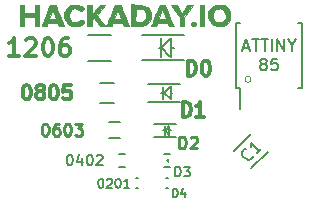
<source format=gto>
G04 #@! TF.FileFunction,Legend,Top*
%FSLAX46Y46*%
G04 Gerber Fmt 4.6, Leading zero omitted, Abs format (unit mm)*
G04 Created by KiCad (PCBNEW 4.0.7) date 06/28/18 12:26:11*
%MOMM*%
%LPD*%
G01*
G04 APERTURE LIST*
%ADD10C,0.100000*%
%ADD11C,0.150000*%
%ADD12C,0.200000*%
%ADD13C,0.250000*%
%ADD14C,0.300000*%
%ADD15C,0.010000*%
%ADD16C,0.175000*%
%ADD17C,0.312500*%
G04 APERTURE END LIST*
D10*
D11*
X202646643Y-103151214D02*
X202719215Y-103151214D01*
X202791786Y-103187500D01*
X202828072Y-103223786D01*
X202864358Y-103296357D01*
X202900643Y-103441500D01*
X202900643Y-103622929D01*
X202864358Y-103768071D01*
X202828072Y-103840643D01*
X202791786Y-103876929D01*
X202719215Y-103913214D01*
X202646643Y-103913214D01*
X202574072Y-103876929D01*
X202537786Y-103840643D01*
X202501501Y-103768071D01*
X202465215Y-103622929D01*
X202465215Y-103441500D01*
X202501501Y-103296357D01*
X202537786Y-103223786D01*
X202574072Y-103187500D01*
X202646643Y-103151214D01*
X203190929Y-103223786D02*
X203227215Y-103187500D01*
X203299786Y-103151214D01*
X203481215Y-103151214D01*
X203553786Y-103187500D01*
X203590072Y-103223786D01*
X203626357Y-103296357D01*
X203626357Y-103368929D01*
X203590072Y-103477786D01*
X203154643Y-103913214D01*
X203626357Y-103913214D01*
X204098071Y-103151214D02*
X204170643Y-103151214D01*
X204243214Y-103187500D01*
X204279500Y-103223786D01*
X204315786Y-103296357D01*
X204352071Y-103441500D01*
X204352071Y-103622929D01*
X204315786Y-103768071D01*
X204279500Y-103840643D01*
X204243214Y-103876929D01*
X204170643Y-103913214D01*
X204098071Y-103913214D01*
X204025500Y-103876929D01*
X203989214Y-103840643D01*
X203952929Y-103768071D01*
X203916643Y-103622929D01*
X203916643Y-103441500D01*
X203952929Y-103296357D01*
X203989214Y-103223786D01*
X204025500Y-103187500D01*
X204098071Y-103151214D01*
X205077785Y-103913214D02*
X204642357Y-103913214D01*
X204860071Y-103913214D02*
X204860071Y-103151214D01*
X204787500Y-103260071D01*
X204714928Y-103332643D01*
X204642357Y-103368929D01*
D12*
X199982666Y-101113167D02*
X200067333Y-101113167D01*
X200151999Y-101155500D01*
X200194333Y-101197833D01*
X200236666Y-101282500D01*
X200278999Y-101451833D01*
X200278999Y-101663500D01*
X200236666Y-101832833D01*
X200194333Y-101917500D01*
X200151999Y-101959833D01*
X200067333Y-102002167D01*
X199982666Y-102002167D01*
X199897999Y-101959833D01*
X199855666Y-101917500D01*
X199813333Y-101832833D01*
X199770999Y-101663500D01*
X199770999Y-101451833D01*
X199813333Y-101282500D01*
X199855666Y-101197833D01*
X199897999Y-101155500D01*
X199982666Y-101113167D01*
X201041000Y-101409500D02*
X201041000Y-102002167D01*
X200829333Y-101070833D02*
X200617666Y-101705833D01*
X201168000Y-101705833D01*
X201676000Y-101113167D02*
X201760667Y-101113167D01*
X201845333Y-101155500D01*
X201887667Y-101197833D01*
X201930000Y-101282500D01*
X201972333Y-101451833D01*
X201972333Y-101663500D01*
X201930000Y-101832833D01*
X201887667Y-101917500D01*
X201845333Y-101959833D01*
X201760667Y-102002167D01*
X201676000Y-102002167D01*
X201591333Y-101959833D01*
X201549000Y-101917500D01*
X201506667Y-101832833D01*
X201464333Y-101663500D01*
X201464333Y-101451833D01*
X201506667Y-101282500D01*
X201549000Y-101197833D01*
X201591333Y-101155500D01*
X201676000Y-101113167D01*
X202311000Y-101197833D02*
X202353334Y-101155500D01*
X202438000Y-101113167D01*
X202649667Y-101113167D01*
X202734334Y-101155500D01*
X202776667Y-101197833D01*
X202819000Y-101282500D01*
X202819000Y-101367167D01*
X202776667Y-101494167D01*
X202268667Y-102002167D01*
X202819000Y-102002167D01*
D13*
X197913809Y-98512381D02*
X198009048Y-98512381D01*
X198104286Y-98560000D01*
X198151905Y-98607619D01*
X198199524Y-98702857D01*
X198247143Y-98893333D01*
X198247143Y-99131429D01*
X198199524Y-99321905D01*
X198151905Y-99417143D01*
X198104286Y-99464762D01*
X198009048Y-99512381D01*
X197913809Y-99512381D01*
X197818571Y-99464762D01*
X197770952Y-99417143D01*
X197723333Y-99321905D01*
X197675714Y-99131429D01*
X197675714Y-98893333D01*
X197723333Y-98702857D01*
X197770952Y-98607619D01*
X197818571Y-98560000D01*
X197913809Y-98512381D01*
X199104286Y-98512381D02*
X198913809Y-98512381D01*
X198818571Y-98560000D01*
X198770952Y-98607619D01*
X198675714Y-98750476D01*
X198628095Y-98940952D01*
X198628095Y-99321905D01*
X198675714Y-99417143D01*
X198723333Y-99464762D01*
X198818571Y-99512381D01*
X199009048Y-99512381D01*
X199104286Y-99464762D01*
X199151905Y-99417143D01*
X199199524Y-99321905D01*
X199199524Y-99083810D01*
X199151905Y-98988571D01*
X199104286Y-98940952D01*
X199009048Y-98893333D01*
X198818571Y-98893333D01*
X198723333Y-98940952D01*
X198675714Y-98988571D01*
X198628095Y-99083810D01*
X199818571Y-98512381D02*
X199913810Y-98512381D01*
X200009048Y-98560000D01*
X200056667Y-98607619D01*
X200104286Y-98702857D01*
X200151905Y-98893333D01*
X200151905Y-99131429D01*
X200104286Y-99321905D01*
X200056667Y-99417143D01*
X200009048Y-99464762D01*
X199913810Y-99512381D01*
X199818571Y-99512381D01*
X199723333Y-99464762D01*
X199675714Y-99417143D01*
X199628095Y-99321905D01*
X199580476Y-99131429D01*
X199580476Y-98893333D01*
X199628095Y-98702857D01*
X199675714Y-98607619D01*
X199723333Y-98560000D01*
X199818571Y-98512381D01*
X200485238Y-98512381D02*
X201104286Y-98512381D01*
X200770952Y-98893333D01*
X200913810Y-98893333D01*
X201009048Y-98940952D01*
X201056667Y-98988571D01*
X201104286Y-99083810D01*
X201104286Y-99321905D01*
X201056667Y-99417143D01*
X201009048Y-99464762D01*
X200913810Y-99512381D01*
X200628095Y-99512381D01*
X200532857Y-99464762D01*
X200485238Y-99417143D01*
D14*
X196348572Y-95227857D02*
X196462857Y-95227857D01*
X196577143Y-95285000D01*
X196634286Y-95342143D01*
X196691429Y-95456429D01*
X196748572Y-95685000D01*
X196748572Y-95970714D01*
X196691429Y-96199286D01*
X196634286Y-96313571D01*
X196577143Y-96370714D01*
X196462857Y-96427857D01*
X196348572Y-96427857D01*
X196234286Y-96370714D01*
X196177143Y-96313571D01*
X196120000Y-96199286D01*
X196062857Y-95970714D01*
X196062857Y-95685000D01*
X196120000Y-95456429D01*
X196177143Y-95342143D01*
X196234286Y-95285000D01*
X196348572Y-95227857D01*
X197434286Y-95742143D02*
X197320000Y-95685000D01*
X197262857Y-95627857D01*
X197205714Y-95513571D01*
X197205714Y-95456429D01*
X197262857Y-95342143D01*
X197320000Y-95285000D01*
X197434286Y-95227857D01*
X197662857Y-95227857D01*
X197777143Y-95285000D01*
X197834286Y-95342143D01*
X197891429Y-95456429D01*
X197891429Y-95513571D01*
X197834286Y-95627857D01*
X197777143Y-95685000D01*
X197662857Y-95742143D01*
X197434286Y-95742143D01*
X197320000Y-95799286D01*
X197262857Y-95856429D01*
X197205714Y-95970714D01*
X197205714Y-96199286D01*
X197262857Y-96313571D01*
X197320000Y-96370714D01*
X197434286Y-96427857D01*
X197662857Y-96427857D01*
X197777143Y-96370714D01*
X197834286Y-96313571D01*
X197891429Y-96199286D01*
X197891429Y-95970714D01*
X197834286Y-95856429D01*
X197777143Y-95799286D01*
X197662857Y-95742143D01*
X198634286Y-95227857D02*
X198748571Y-95227857D01*
X198862857Y-95285000D01*
X198920000Y-95342143D01*
X198977143Y-95456429D01*
X199034286Y-95685000D01*
X199034286Y-95970714D01*
X198977143Y-96199286D01*
X198920000Y-96313571D01*
X198862857Y-96370714D01*
X198748571Y-96427857D01*
X198634286Y-96427857D01*
X198520000Y-96370714D01*
X198462857Y-96313571D01*
X198405714Y-96199286D01*
X198348571Y-95970714D01*
X198348571Y-95685000D01*
X198405714Y-95456429D01*
X198462857Y-95342143D01*
X198520000Y-95285000D01*
X198634286Y-95227857D01*
X200120000Y-95227857D02*
X199548571Y-95227857D01*
X199491428Y-95799286D01*
X199548571Y-95742143D01*
X199662857Y-95685000D01*
X199948571Y-95685000D01*
X200062857Y-95742143D01*
X200120000Y-95799286D01*
X200177143Y-95913571D01*
X200177143Y-96199286D01*
X200120000Y-96313571D01*
X200062857Y-96370714D01*
X199948571Y-96427857D01*
X199662857Y-96427857D01*
X199548571Y-96370714D01*
X199491428Y-96313571D01*
X195770715Y-92753571D02*
X194913572Y-92753571D01*
X195342144Y-92753571D02*
X195342144Y-91253571D01*
X195199287Y-91467857D01*
X195056429Y-91610714D01*
X194913572Y-91682143D01*
X196342143Y-91396429D02*
X196413572Y-91325000D01*
X196556429Y-91253571D01*
X196913572Y-91253571D01*
X197056429Y-91325000D01*
X197127858Y-91396429D01*
X197199286Y-91539286D01*
X197199286Y-91682143D01*
X197127858Y-91896429D01*
X196270715Y-92753571D01*
X197199286Y-92753571D01*
X198127857Y-91253571D02*
X198270714Y-91253571D01*
X198413571Y-91325000D01*
X198485000Y-91396429D01*
X198556429Y-91539286D01*
X198627857Y-91825000D01*
X198627857Y-92182143D01*
X198556429Y-92467857D01*
X198485000Y-92610714D01*
X198413571Y-92682143D01*
X198270714Y-92753571D01*
X198127857Y-92753571D01*
X197985000Y-92682143D01*
X197913571Y-92610714D01*
X197842143Y-92467857D01*
X197770714Y-92182143D01*
X197770714Y-91825000D01*
X197842143Y-91539286D01*
X197913571Y-91396429D01*
X197985000Y-91325000D01*
X198127857Y-91253571D01*
X199913571Y-91253571D02*
X199627857Y-91253571D01*
X199485000Y-91325000D01*
X199413571Y-91396429D01*
X199270714Y-91610714D01*
X199199285Y-91896429D01*
X199199285Y-92467857D01*
X199270714Y-92610714D01*
X199342142Y-92682143D01*
X199485000Y-92753571D01*
X199770714Y-92753571D01*
X199913571Y-92682143D01*
X199985000Y-92610714D01*
X200056428Y-92467857D01*
X200056428Y-92110714D01*
X199985000Y-91967857D01*
X199913571Y-91896429D01*
X199770714Y-91825000D01*
X199485000Y-91825000D01*
X199342142Y-91896429D01*
X199270714Y-91967857D01*
X199199285Y-92110714D01*
D11*
X214725524Y-92051667D02*
X215201715Y-92051667D01*
X214630286Y-92337381D02*
X214963619Y-91337381D01*
X215296953Y-92337381D01*
X215487429Y-91337381D02*
X216058858Y-91337381D01*
X215773143Y-92337381D02*
X215773143Y-91337381D01*
X216249334Y-91337381D02*
X216820763Y-91337381D01*
X216535048Y-92337381D02*
X216535048Y-91337381D01*
X217154096Y-92337381D02*
X217154096Y-91337381D01*
X217630286Y-92337381D02*
X217630286Y-91337381D01*
X218201715Y-92337381D01*
X218201715Y-91337381D01*
X218868381Y-91861190D02*
X218868381Y-92337381D01*
X218535048Y-91337381D02*
X218868381Y-91861190D01*
X219201715Y-91337381D01*
X216344571Y-93415952D02*
X216249333Y-93368333D01*
X216201714Y-93320714D01*
X216154095Y-93225476D01*
X216154095Y-93177857D01*
X216201714Y-93082619D01*
X216249333Y-93035000D01*
X216344571Y-92987381D01*
X216535048Y-92987381D01*
X216630286Y-93035000D01*
X216677905Y-93082619D01*
X216725524Y-93177857D01*
X216725524Y-93225476D01*
X216677905Y-93320714D01*
X216630286Y-93368333D01*
X216535048Y-93415952D01*
X216344571Y-93415952D01*
X216249333Y-93463571D01*
X216201714Y-93511190D01*
X216154095Y-93606429D01*
X216154095Y-93796905D01*
X216201714Y-93892143D01*
X216249333Y-93939762D01*
X216344571Y-93987381D01*
X216535048Y-93987381D01*
X216630286Y-93939762D01*
X216677905Y-93892143D01*
X216725524Y-93796905D01*
X216725524Y-93606429D01*
X216677905Y-93511190D01*
X216630286Y-93463571D01*
X216535048Y-93415952D01*
X217630286Y-92987381D02*
X217154095Y-92987381D01*
X217106476Y-93463571D01*
X217154095Y-93415952D01*
X217249333Y-93368333D01*
X217487429Y-93368333D01*
X217582667Y-93415952D01*
X217630286Y-93463571D01*
X217677905Y-93558810D01*
X217677905Y-93796905D01*
X217630286Y-93892143D01*
X217582667Y-93939762D01*
X217487429Y-93987381D01*
X217249333Y-93987381D01*
X217154095Y-93939762D01*
X217106476Y-93892143D01*
X208395000Y-103065000D02*
X208165000Y-103065000D01*
X208165000Y-103945000D02*
X208395000Y-103945000D01*
D10*
X208380000Y-101750000D02*
X208380000Y-101450000D01*
X208180000Y-101600000D02*
X208380000Y-101750000D01*
X208180000Y-101600000D02*
X208380000Y-101450000D01*
D11*
X208530000Y-101075000D02*
X208030000Y-101075000D01*
X208030000Y-102125000D02*
X208530000Y-102125000D01*
X215409678Y-102269891D02*
X216823891Y-100855678D01*
X215374322Y-99406109D02*
X213960109Y-100820322D01*
X207780000Y-92775000D02*
X207780000Y-92875000D01*
X207780000Y-91375000D02*
X207780000Y-91275000D01*
X208580000Y-92075000D02*
X208880000Y-92075000D01*
X208580000Y-92875000D02*
X208580000Y-91375000D01*
X208580000Y-91375000D02*
X208580000Y-91275000D01*
X208480000Y-92775000D02*
X208580000Y-92875000D01*
X208480000Y-91375000D02*
X208580000Y-91275000D01*
X207580000Y-92075000D02*
X207780000Y-92075000D01*
X207780000Y-92575000D02*
X207780000Y-92775000D01*
X207780000Y-91575000D02*
X207780000Y-91375000D01*
X207880000Y-92075000D02*
X208480000Y-92775000D01*
X208480000Y-91375000D02*
X207880000Y-91975000D01*
X206130000Y-93125000D02*
X209730000Y-93125000D01*
X206130000Y-91025000D02*
X209730000Y-91025000D01*
X207780000Y-91575000D02*
X207780000Y-92575000D01*
X208580000Y-95885000D02*
X208730000Y-95885000D01*
X207730000Y-95885000D02*
X208080000Y-95885000D01*
X208030000Y-95885000D02*
X208580000Y-95335000D01*
X208580000Y-95335000D02*
X208580000Y-96435000D01*
X208580000Y-96435000D02*
X208030000Y-95885000D01*
X207930000Y-95535000D02*
X207930000Y-95385000D01*
X207930000Y-96235000D02*
X207930000Y-96385000D01*
X206680000Y-96635000D02*
X209380000Y-96635000D01*
X206680000Y-95135000D02*
X209380000Y-95135000D01*
X207930000Y-95535000D02*
X207930000Y-96235000D01*
X208480000Y-99060000D02*
X208630000Y-99060000D01*
X207930000Y-99060000D02*
X208130000Y-99060000D01*
X208180000Y-99060000D02*
X208480000Y-98710000D01*
X208480000Y-98710000D02*
X208480000Y-99410000D01*
X208480000Y-99410000D02*
X208080000Y-99060000D01*
X208080000Y-99060000D02*
X208130000Y-99060000D01*
X208080000Y-98660000D02*
X208080000Y-99410000D01*
X207180000Y-99610000D02*
X209080000Y-99610000D01*
X207180000Y-98510000D02*
X209080000Y-98510000D01*
D10*
X215392000Y-94742000D02*
G75*
G03X215392000Y-94742000I-254000J0D01*
G01*
D11*
X214161000Y-95460000D02*
X214461000Y-95460000D01*
X214161000Y-89960000D02*
X214461000Y-89960000D01*
X219671000Y-89960000D02*
X219371000Y-89960000D01*
X219671000Y-95460000D02*
X219371000Y-95460000D01*
X214161000Y-95460000D02*
X214161000Y-89960000D01*
X219671000Y-95460000D02*
X219671000Y-89960000D01*
X214461000Y-95460000D02*
X214461000Y-97210000D01*
X201565000Y-91000000D02*
X203565000Y-91000000D01*
X203565000Y-93150000D02*
X201565000Y-93150000D01*
X202600000Y-95010000D02*
X203800000Y-95010000D01*
X203800000Y-96760000D02*
X202600000Y-96760000D01*
X203335000Y-98385000D02*
X204335000Y-98385000D01*
X204335000Y-99735000D02*
X203335000Y-99735000D01*
X204220000Y-102125000D02*
X204720000Y-102125000D01*
X204720000Y-101075000D02*
X204220000Y-101075000D01*
X205625000Y-103945000D02*
X205855000Y-103945000D01*
X205855000Y-103065000D02*
X205625000Y-103065000D01*
D15*
G36*
X196180363Y-89142455D02*
X197104000Y-89142455D01*
X197104000Y-88403546D01*
X197473454Y-88403546D01*
X197473454Y-90250818D01*
X197104000Y-90250818D01*
X197104000Y-89465727D01*
X196180363Y-89465727D01*
X196180363Y-90250818D01*
X195810909Y-90250818D01*
X195810909Y-88403546D01*
X196180363Y-88403546D01*
X196180363Y-89142455D01*
X196180363Y-89142455D01*
G37*
X196180363Y-89142455D02*
X197104000Y-89142455D01*
X197104000Y-88403546D01*
X197473454Y-88403546D01*
X197473454Y-90250818D01*
X197104000Y-90250818D01*
X197104000Y-89465727D01*
X196180363Y-89465727D01*
X196180363Y-90250818D01*
X195810909Y-90250818D01*
X195810909Y-88403546D01*
X196180363Y-88403546D01*
X196180363Y-89142455D01*
G36*
X199088595Y-89038546D02*
X199185946Y-89293286D01*
X199281925Y-89544638D01*
X199366729Y-89766917D01*
X199430557Y-89934441D01*
X199441109Y-89962182D01*
X199550842Y-90250818D01*
X199341065Y-90250818D01*
X199208660Y-90244790D01*
X199134512Y-90213515D01*
X199084675Y-90137208D01*
X199063751Y-90089182D01*
X198996215Y-89927546D01*
X198213603Y-89927546D01*
X198146067Y-90089182D01*
X198096428Y-90189261D01*
X198036174Y-90236324D01*
X197931359Y-90250157D01*
X197868753Y-90250818D01*
X197658975Y-90250818D01*
X197768709Y-89962182D01*
X197826411Y-89810659D01*
X197905133Y-89604273D01*
X198305697Y-89604273D01*
X198899588Y-89604273D01*
X198790343Y-89283079D01*
X198724256Y-89098943D01*
X198663903Y-88948728D01*
X198616157Y-88847743D01*
X198587892Y-88811292D01*
X198583222Y-88821888D01*
X198567761Y-88874121D01*
X198527670Y-88991538D01*
X198470354Y-89152693D01*
X198443758Y-89225979D01*
X198305697Y-89604273D01*
X197905133Y-89604273D01*
X197907315Y-89598553D01*
X198001618Y-89351547D01*
X198099518Y-89095322D01*
X198121223Y-89038546D01*
X198364003Y-88403546D01*
X198845814Y-88403546D01*
X199088595Y-89038546D01*
X199088595Y-89038546D01*
G37*
X199088595Y-89038546D02*
X199185946Y-89293286D01*
X199281925Y-89544638D01*
X199366729Y-89766917D01*
X199430557Y-89934441D01*
X199441109Y-89962182D01*
X199550842Y-90250818D01*
X199341065Y-90250818D01*
X199208660Y-90244790D01*
X199134512Y-90213515D01*
X199084675Y-90137208D01*
X199063751Y-90089182D01*
X198996215Y-89927546D01*
X198213603Y-89927546D01*
X198146067Y-90089182D01*
X198096428Y-90189261D01*
X198036174Y-90236324D01*
X197931359Y-90250157D01*
X197868753Y-90250818D01*
X197658975Y-90250818D01*
X197768709Y-89962182D01*
X197826411Y-89810659D01*
X197905133Y-89604273D01*
X198305697Y-89604273D01*
X198899588Y-89604273D01*
X198790343Y-89283079D01*
X198724256Y-89098943D01*
X198663903Y-88948728D01*
X198616157Y-88847743D01*
X198587892Y-88811292D01*
X198583222Y-88821888D01*
X198567761Y-88874121D01*
X198527670Y-88991538D01*
X198470354Y-89152693D01*
X198443758Y-89225979D01*
X198305697Y-89604273D01*
X197905133Y-89604273D01*
X197907315Y-89598553D01*
X198001618Y-89351547D01*
X198099518Y-89095322D01*
X198121223Y-89038546D01*
X198364003Y-88403546D01*
X198845814Y-88403546D01*
X199088595Y-89038546D01*
G36*
X200763308Y-88425435D02*
X200964952Y-88497053D01*
X201133363Y-88622942D01*
X201232108Y-88735413D01*
X201249778Y-88816739D01*
X201185870Y-88880934D01*
X201123010Y-88911052D01*
X201025804Y-88941435D01*
X200949092Y-88925896D01*
X200851530Y-88855054D01*
X200842376Y-88847382D01*
X200664351Y-88751887D01*
X200466782Y-88731165D01*
X200274897Y-88780358D01*
X200113922Y-88894609D01*
X200037327Y-89002398D01*
X199972672Y-89208198D01*
X199973310Y-89424525D01*
X200033146Y-89626023D01*
X200146086Y-89787340D01*
X200242852Y-89857491D01*
X200457302Y-89923580D01*
X200665631Y-89904110D01*
X200842376Y-89806982D01*
X200943114Y-89731689D01*
X201019951Y-89712392D01*
X201114234Y-89739708D01*
X201123010Y-89743312D01*
X201218005Y-89798036D01*
X201260232Y-89852773D01*
X201260363Y-89855235D01*
X201224412Y-89931282D01*
X201133962Y-90028880D01*
X201015117Y-90124477D01*
X200893979Y-90194522D01*
X200876357Y-90201698D01*
X200679441Y-90242742D01*
X200443503Y-90244160D01*
X200211904Y-90208082D01*
X200077366Y-90162467D01*
X199859551Y-90015691D01*
X199694804Y-89808320D01*
X199592789Y-89561288D01*
X199563168Y-89295530D01*
X199590927Y-89108655D01*
X199707433Y-88829657D01*
X199886713Y-88616848D01*
X200122548Y-88475008D01*
X200408716Y-88408919D01*
X200506902Y-88404560D01*
X200763308Y-88425435D01*
X200763308Y-88425435D01*
G37*
X200763308Y-88425435D02*
X200964952Y-88497053D01*
X201133363Y-88622942D01*
X201232108Y-88735413D01*
X201249778Y-88816739D01*
X201185870Y-88880934D01*
X201123010Y-88911052D01*
X201025804Y-88941435D01*
X200949092Y-88925896D01*
X200851530Y-88855054D01*
X200842376Y-88847382D01*
X200664351Y-88751887D01*
X200466782Y-88731165D01*
X200274897Y-88780358D01*
X200113922Y-88894609D01*
X200037327Y-89002398D01*
X199972672Y-89208198D01*
X199973310Y-89424525D01*
X200033146Y-89626023D01*
X200146086Y-89787340D01*
X200242852Y-89857491D01*
X200457302Y-89923580D01*
X200665631Y-89904110D01*
X200842376Y-89806982D01*
X200943114Y-89731689D01*
X201019951Y-89712392D01*
X201114234Y-89739708D01*
X201123010Y-89743312D01*
X201218005Y-89798036D01*
X201260232Y-89852773D01*
X201260363Y-89855235D01*
X201224412Y-89931282D01*
X201133962Y-90028880D01*
X201015117Y-90124477D01*
X200893979Y-90194522D01*
X200876357Y-90201698D01*
X200679441Y-90242742D01*
X200443503Y-90244160D01*
X200211904Y-90208082D01*
X200077366Y-90162467D01*
X199859551Y-90015691D01*
X199694804Y-89808320D01*
X199592789Y-89561288D01*
X199563168Y-89295530D01*
X199590927Y-89108655D01*
X199707433Y-88829657D01*
X199886713Y-88616848D01*
X200122548Y-88475008D01*
X200408716Y-88408919D01*
X200506902Y-88404560D01*
X200763308Y-88425435D01*
G36*
X201906909Y-88796091D02*
X201910806Y-88973482D01*
X201921206Y-89109151D01*
X201936171Y-89181898D01*
X201942788Y-89188637D01*
X201983860Y-89154130D01*
X202066994Y-89060790D01*
X202179119Y-88923885D01*
X202277606Y-88797575D01*
X202576545Y-88406514D01*
X202820715Y-88405030D01*
X203064886Y-88403546D01*
X202322596Y-89271364D01*
X202718595Y-89763625D01*
X203114595Y-90255887D01*
X202624555Y-90227727D01*
X202071345Y-89503799D01*
X201989127Y-89605334D01*
X201932821Y-89720464D01*
X201908616Y-89896899D01*
X201906909Y-89978844D01*
X201906909Y-90250818D01*
X201537454Y-90250818D01*
X201537454Y-88403546D01*
X201906909Y-88403546D01*
X201906909Y-88796091D01*
X201906909Y-88796091D01*
G37*
X201906909Y-88796091D02*
X201910806Y-88973482D01*
X201921206Y-89109151D01*
X201936171Y-89181898D01*
X201942788Y-89188637D01*
X201983860Y-89154130D01*
X202066994Y-89060790D01*
X202179119Y-88923885D01*
X202277606Y-88797575D01*
X202576545Y-88406514D01*
X202820715Y-88405030D01*
X203064886Y-88403546D01*
X202322596Y-89271364D01*
X202718595Y-89763625D01*
X203114595Y-90255887D01*
X202624555Y-90227727D01*
X202071345Y-89503799D01*
X201989127Y-89605334D01*
X201932821Y-89720464D01*
X201908616Y-89896899D01*
X201906909Y-89978844D01*
X201906909Y-90250818D01*
X201537454Y-90250818D01*
X201537454Y-88403546D01*
X201906909Y-88403546D01*
X201906909Y-88796091D01*
G36*
X204584231Y-89038546D02*
X204681582Y-89293286D01*
X204777561Y-89544638D01*
X204862366Y-89766917D01*
X204926194Y-89934441D01*
X204936745Y-89962182D01*
X205046479Y-90250818D01*
X204836701Y-90250818D01*
X204704296Y-90244790D01*
X204630148Y-90213515D01*
X204580311Y-90137208D01*
X204559387Y-90089182D01*
X204491851Y-89927546D01*
X203709239Y-89927546D01*
X203641703Y-90089182D01*
X203592064Y-90189261D01*
X203531810Y-90236324D01*
X203426995Y-90250157D01*
X203364389Y-90250818D01*
X203154612Y-90250818D01*
X203264345Y-89962182D01*
X203322048Y-89810659D01*
X203400770Y-89604273D01*
X203801334Y-89604273D01*
X204395225Y-89604273D01*
X204285980Y-89283079D01*
X204219893Y-89098943D01*
X204159539Y-88948728D01*
X204111793Y-88847743D01*
X204083528Y-88811292D01*
X204078859Y-88821888D01*
X204063397Y-88874121D01*
X204023307Y-88991538D01*
X203965990Y-89152693D01*
X203939394Y-89225979D01*
X203801334Y-89604273D01*
X203400770Y-89604273D01*
X203402952Y-89598553D01*
X203497254Y-89351547D01*
X203595154Y-89095322D01*
X203616859Y-89038546D01*
X203859640Y-88403546D01*
X204341451Y-88403546D01*
X204584231Y-89038546D01*
X204584231Y-89038546D01*
G37*
X204584231Y-89038546D02*
X204681582Y-89293286D01*
X204777561Y-89544638D01*
X204862366Y-89766917D01*
X204926194Y-89934441D01*
X204936745Y-89962182D01*
X205046479Y-90250818D01*
X204836701Y-90250818D01*
X204704296Y-90244790D01*
X204630148Y-90213515D01*
X204580311Y-90137208D01*
X204559387Y-90089182D01*
X204491851Y-89927546D01*
X203709239Y-89927546D01*
X203641703Y-90089182D01*
X203592064Y-90189261D01*
X203531810Y-90236324D01*
X203426995Y-90250157D01*
X203364389Y-90250818D01*
X203154612Y-90250818D01*
X203264345Y-89962182D01*
X203322048Y-89810659D01*
X203400770Y-89604273D01*
X203801334Y-89604273D01*
X204395225Y-89604273D01*
X204285980Y-89283079D01*
X204219893Y-89098943D01*
X204159539Y-88948728D01*
X204111793Y-88847743D01*
X204083528Y-88811292D01*
X204078859Y-88821888D01*
X204063397Y-88874121D01*
X204023307Y-88991538D01*
X203965990Y-89152693D01*
X203939394Y-89225979D01*
X203801334Y-89604273D01*
X203400770Y-89604273D01*
X203402952Y-89598553D01*
X203497254Y-89351547D01*
X203595154Y-89095322D01*
X203616859Y-89038546D01*
X203859640Y-88403546D01*
X204341451Y-88403546D01*
X204584231Y-89038546D01*
G36*
X205751545Y-88412174D02*
X206099298Y-88438963D01*
X206369736Y-88496075D01*
X206574925Y-88590559D01*
X206726932Y-88729463D01*
X206837825Y-88919832D01*
X206895264Y-89080131D01*
X206934185Y-89359660D01*
X206887510Y-89626430D01*
X206761789Y-89864284D01*
X206563571Y-90057066D01*
X206477121Y-90111549D01*
X206371396Y-90163968D01*
X206262540Y-90199282D01*
X206126793Y-90221813D01*
X205940395Y-90235883D01*
X205751545Y-90243533D01*
X205232000Y-90260787D01*
X205232000Y-89494172D01*
X205608103Y-89494172D01*
X205609127Y-89678816D01*
X205614116Y-89810947D01*
X205621502Y-89866995D01*
X205682732Y-89909749D01*
X205805263Y-89925825D01*
X205962115Y-89915697D01*
X206126306Y-89879842D01*
X206191723Y-89856924D01*
X206373112Y-89739207D01*
X206485732Y-89562277D01*
X206525081Y-89333257D01*
X206525091Y-89329309D01*
X206493021Y-89092727D01*
X206395385Y-88919520D01*
X206230042Y-88807753D01*
X205994853Y-88755491D01*
X205884809Y-88750825D01*
X205624545Y-88749909D01*
X205611406Y-89278176D01*
X205608103Y-89494172D01*
X205232000Y-89494172D01*
X205232000Y-88393577D01*
X205751545Y-88412174D01*
X205751545Y-88412174D01*
G37*
X205751545Y-88412174D02*
X206099298Y-88438963D01*
X206369736Y-88496075D01*
X206574925Y-88590559D01*
X206726932Y-88729463D01*
X206837825Y-88919832D01*
X206895264Y-89080131D01*
X206934185Y-89359660D01*
X206887510Y-89626430D01*
X206761789Y-89864284D01*
X206563571Y-90057066D01*
X206477121Y-90111549D01*
X206371396Y-90163968D01*
X206262540Y-90199282D01*
X206126793Y-90221813D01*
X205940395Y-90235883D01*
X205751545Y-90243533D01*
X205232000Y-90260787D01*
X205232000Y-89494172D01*
X205608103Y-89494172D01*
X205609127Y-89678816D01*
X205614116Y-89810947D01*
X205621502Y-89866995D01*
X205682732Y-89909749D01*
X205805263Y-89925825D01*
X205962115Y-89915697D01*
X206126306Y-89879842D01*
X206191723Y-89856924D01*
X206373112Y-89739207D01*
X206485732Y-89562277D01*
X206525081Y-89333257D01*
X206525091Y-89329309D01*
X206493021Y-89092727D01*
X206395385Y-88919520D01*
X206230042Y-88807753D01*
X205994853Y-88755491D01*
X205884809Y-88750825D01*
X205624545Y-88749909D01*
X205611406Y-89278176D01*
X205608103Y-89494172D01*
X205232000Y-89494172D01*
X205232000Y-88393577D01*
X205751545Y-88412174D01*
G36*
X208371140Y-89038546D02*
X208468492Y-89293286D01*
X208564470Y-89544638D01*
X208649275Y-89766917D01*
X208713103Y-89934441D01*
X208723654Y-89962182D01*
X208833388Y-90250818D01*
X208623610Y-90250818D01*
X208491205Y-90244790D01*
X208417057Y-90213515D01*
X208367221Y-90137208D01*
X208346296Y-90089182D01*
X208278760Y-89927546D01*
X207496148Y-89927546D01*
X207428612Y-90089182D01*
X207378973Y-90189261D01*
X207318719Y-90236324D01*
X207213904Y-90250157D01*
X207151298Y-90250818D01*
X206941521Y-90250818D01*
X207051254Y-89962182D01*
X207108957Y-89810659D01*
X207187679Y-89604273D01*
X207588243Y-89604273D01*
X208182134Y-89604273D01*
X208072889Y-89283079D01*
X208006802Y-89098943D01*
X207946448Y-88948728D01*
X207898702Y-88847743D01*
X207870438Y-88811292D01*
X207865768Y-88821888D01*
X207850306Y-88874121D01*
X207810216Y-88991538D01*
X207752899Y-89152693D01*
X207726303Y-89225979D01*
X207588243Y-89604273D01*
X207187679Y-89604273D01*
X207189861Y-89598553D01*
X207284163Y-89351547D01*
X207382063Y-89095322D01*
X207403768Y-89038546D01*
X207646549Y-88403546D01*
X208128360Y-88403546D01*
X208371140Y-89038546D01*
X208371140Y-89038546D01*
G37*
X208371140Y-89038546D02*
X208468492Y-89293286D01*
X208564470Y-89544638D01*
X208649275Y-89766917D01*
X208713103Y-89934441D01*
X208723654Y-89962182D01*
X208833388Y-90250818D01*
X208623610Y-90250818D01*
X208491205Y-90244790D01*
X208417057Y-90213515D01*
X208367221Y-90137208D01*
X208346296Y-90089182D01*
X208278760Y-89927546D01*
X207496148Y-89927546D01*
X207428612Y-90089182D01*
X207378973Y-90189261D01*
X207318719Y-90236324D01*
X207213904Y-90250157D01*
X207151298Y-90250818D01*
X206941521Y-90250818D01*
X207051254Y-89962182D01*
X207108957Y-89810659D01*
X207187679Y-89604273D01*
X207588243Y-89604273D01*
X208182134Y-89604273D01*
X208072889Y-89283079D01*
X208006802Y-89098943D01*
X207946448Y-88948728D01*
X207898702Y-88847743D01*
X207870438Y-88811292D01*
X207865768Y-88821888D01*
X207850306Y-88874121D01*
X207810216Y-88991538D01*
X207752899Y-89152693D01*
X207726303Y-89225979D01*
X207588243Y-89604273D01*
X207187679Y-89604273D01*
X207189861Y-89598553D01*
X207284163Y-89351547D01*
X207382063Y-89095322D01*
X207403768Y-89038546D01*
X207646549Y-88403546D01*
X208128360Y-88403546D01*
X208371140Y-89038546D01*
G36*
X209313375Y-88773000D02*
X209411905Y-88933003D01*
X209491019Y-89058092D01*
X209539645Y-89130938D01*
X209549387Y-89142455D01*
X209576377Y-89105714D01*
X209639739Y-89007081D01*
X209728445Y-88863937D01*
X209783759Y-88773000D01*
X210007104Y-88403546D01*
X210448020Y-88403546D01*
X210102919Y-88935077D01*
X209757818Y-89466609D01*
X209757818Y-90250818D01*
X209342182Y-90250818D01*
X209342182Y-89469617D01*
X208996104Y-88936581D01*
X208650026Y-88403546D01*
X209088389Y-88403546D01*
X209313375Y-88773000D01*
X209313375Y-88773000D01*
G37*
X209313375Y-88773000D02*
X209411905Y-88933003D01*
X209491019Y-89058092D01*
X209539645Y-89130938D01*
X209549387Y-89142455D01*
X209576377Y-89105714D01*
X209639739Y-89007081D01*
X209728445Y-88863937D01*
X209783759Y-88773000D01*
X210007104Y-88403546D01*
X210448020Y-88403546D01*
X210102919Y-88935077D01*
X209757818Y-89466609D01*
X209757818Y-90250818D01*
X209342182Y-90250818D01*
X209342182Y-89469617D01*
X208996104Y-88936581D01*
X208650026Y-88403546D01*
X209088389Y-88403546D01*
X209313375Y-88773000D01*
G36*
X210670273Y-89900499D02*
X210719636Y-90015622D01*
X210700357Y-90138389D01*
X210620944Y-90223012D01*
X210509981Y-90254903D01*
X210396053Y-90219471D01*
X210367418Y-90195400D01*
X210312245Y-90084936D01*
X210331669Y-89967025D01*
X210418664Y-89877453D01*
X210431041Y-89871327D01*
X210567721Y-89846440D01*
X210670273Y-89900499D01*
X210670273Y-89900499D01*
G37*
X210670273Y-89900499D02*
X210719636Y-90015622D01*
X210700357Y-90138389D01*
X210620944Y-90223012D01*
X210509981Y-90254903D01*
X210396053Y-90219471D01*
X210367418Y-90195400D01*
X210312245Y-90084936D01*
X210331669Y-89967025D01*
X210418664Y-89877453D01*
X210431041Y-89871327D01*
X210567721Y-89846440D01*
X210670273Y-89900499D01*
G36*
X211420363Y-90250818D02*
X211050909Y-90250818D01*
X211050909Y-88403546D01*
X211420363Y-88403546D01*
X211420363Y-90250818D01*
X211420363Y-90250818D01*
G37*
X211420363Y-90250818D02*
X211050909Y-90250818D01*
X211050909Y-88403546D01*
X211420363Y-88403546D01*
X211420363Y-90250818D01*
G36*
X212863269Y-88416492D02*
X213124335Y-88484349D01*
X213262547Y-88556333D01*
X213457732Y-88736422D01*
X213586285Y-88961851D01*
X213648234Y-89214028D01*
X213643605Y-89474359D01*
X213572427Y-89724249D01*
X213434727Y-89945106D01*
X213260282Y-90099530D01*
X213038611Y-90198786D01*
X212775928Y-90244542D01*
X212508184Y-90234359D01*
X212272816Y-90166494D01*
X212045778Y-90015657D01*
X211883367Y-89816500D01*
X211785121Y-89585076D01*
X211750580Y-89337435D01*
X211755388Y-89295920D01*
X212159328Y-89295920D01*
X212177874Y-89501066D01*
X212251965Y-89686309D01*
X212381811Y-89828066D01*
X212425398Y-89855253D01*
X212604134Y-89912433D01*
X212802928Y-89917128D01*
X212975384Y-89868522D01*
X212981782Y-89865068D01*
X213135865Y-89729609D01*
X213235115Y-89535987D01*
X213267027Y-89327182D01*
X213228637Y-89097223D01*
X213123759Y-88914291D01*
X212967829Y-88788223D01*
X212776287Y-88728858D01*
X212564570Y-88746033D01*
X212434852Y-88796873D01*
X212288028Y-88920241D01*
X212196116Y-89094451D01*
X212159328Y-89295920D01*
X211755388Y-89295920D01*
X211779284Y-89089628D01*
X211870773Y-88857707D01*
X212024587Y-88657723D01*
X212240264Y-88505726D01*
X212321468Y-88470150D01*
X212584377Y-88410727D01*
X212863269Y-88416492D01*
X212863269Y-88416492D01*
G37*
X212863269Y-88416492D02*
X213124335Y-88484349D01*
X213262547Y-88556333D01*
X213457732Y-88736422D01*
X213586285Y-88961851D01*
X213648234Y-89214028D01*
X213643605Y-89474359D01*
X213572427Y-89724249D01*
X213434727Y-89945106D01*
X213260282Y-90099530D01*
X213038611Y-90198786D01*
X212775928Y-90244542D01*
X212508184Y-90234359D01*
X212272816Y-90166494D01*
X212045778Y-90015657D01*
X211883367Y-89816500D01*
X211785121Y-89585076D01*
X211750580Y-89337435D01*
X211755388Y-89295920D01*
X212159328Y-89295920D01*
X212177874Y-89501066D01*
X212251965Y-89686309D01*
X212381811Y-89828066D01*
X212425398Y-89855253D01*
X212604134Y-89912433D01*
X212802928Y-89917128D01*
X212975384Y-89868522D01*
X212981782Y-89865068D01*
X213135865Y-89729609D01*
X213235115Y-89535987D01*
X213267027Y-89327182D01*
X213228637Y-89097223D01*
X213123759Y-88914291D01*
X212967829Y-88788223D01*
X212776287Y-88728858D01*
X212564570Y-88746033D01*
X212434852Y-88796873D01*
X212288028Y-88920241D01*
X212196116Y-89094451D01*
X212159328Y-89295920D01*
X211755388Y-89295920D01*
X211779284Y-89089628D01*
X211870773Y-88857707D01*
X212024587Y-88657723D01*
X212240264Y-88505726D01*
X212321468Y-88470150D01*
X212584377Y-88410727D01*
X212863269Y-88416492D01*
D16*
X208779334Y-104710667D02*
X208779334Y-104010667D01*
X208946000Y-104010667D01*
X209046000Y-104044000D01*
X209112667Y-104110667D01*
X209146000Y-104177333D01*
X209179334Y-104310667D01*
X209179334Y-104410667D01*
X209146000Y-104544000D01*
X209112667Y-104610667D01*
X209046000Y-104677333D01*
X208946000Y-104710667D01*
X208779334Y-104710667D01*
X209779334Y-104244000D02*
X209779334Y-104710667D01*
X209612667Y-103977333D02*
X209446000Y-104477333D01*
X209879334Y-104477333D01*
D12*
X208989524Y-102961905D02*
X208989524Y-102161905D01*
X209180000Y-102161905D01*
X209294286Y-102200000D01*
X209370477Y-102276190D01*
X209408572Y-102352381D01*
X209446667Y-102504762D01*
X209446667Y-102619048D01*
X209408572Y-102771429D01*
X209370477Y-102847619D01*
X209294286Y-102923810D01*
X209180000Y-102961905D01*
X208989524Y-102961905D01*
X209713334Y-102161905D02*
X210208572Y-102161905D01*
X209941905Y-102466667D01*
X210056191Y-102466667D01*
X210132381Y-102504762D01*
X210170477Y-102542857D01*
X210208572Y-102619048D01*
X210208572Y-102809524D01*
X210170477Y-102885714D01*
X210132381Y-102923810D01*
X210056191Y-102961905D01*
X209827619Y-102961905D01*
X209751429Y-102923810D01*
X209713334Y-102885714D01*
D11*
X215526688Y-101208389D02*
X215526688Y-101275732D01*
X215459344Y-101410419D01*
X215392001Y-101477763D01*
X215257313Y-101545107D01*
X215122626Y-101545107D01*
X215021611Y-101511435D01*
X214853253Y-101410420D01*
X214752237Y-101309404D01*
X214651222Y-101141045D01*
X214617550Y-101040030D01*
X214617550Y-100905343D01*
X214684894Y-100770656D01*
X214752237Y-100703312D01*
X214886924Y-100635969D01*
X214954268Y-100635969D01*
X216267466Y-100602297D02*
X215863405Y-101006359D01*
X216065435Y-100804328D02*
X215358328Y-100097222D01*
X215392000Y-100265580D01*
X215392000Y-100400267D01*
X215358328Y-100501282D01*
D17*
X210024381Y-94418476D02*
X210024381Y-93168476D01*
X210322000Y-93168476D01*
X210500572Y-93228000D01*
X210619619Y-93347048D01*
X210679143Y-93466095D01*
X210738667Y-93704190D01*
X210738667Y-93882762D01*
X210679143Y-94120857D01*
X210619619Y-94239905D01*
X210500572Y-94358952D01*
X210322000Y-94418476D01*
X210024381Y-94418476D01*
X211512476Y-93168476D02*
X211631524Y-93168476D01*
X211750572Y-93228000D01*
X211810095Y-93287524D01*
X211869619Y-93406571D01*
X211929143Y-93644667D01*
X211929143Y-93942286D01*
X211869619Y-94180381D01*
X211810095Y-94299429D01*
X211750572Y-94358952D01*
X211631524Y-94418476D01*
X211512476Y-94418476D01*
X211393429Y-94358952D01*
X211333905Y-94299429D01*
X211274381Y-94180381D01*
X211214857Y-93942286D01*
X211214857Y-93644667D01*
X211274381Y-93406571D01*
X211333905Y-93287524D01*
X211393429Y-93228000D01*
X211512476Y-93168476D01*
D14*
X209616786Y-97888357D02*
X209616786Y-96688357D01*
X209902501Y-96688357D01*
X210073929Y-96745500D01*
X210188215Y-96859786D01*
X210245358Y-96974071D01*
X210302501Y-97202643D01*
X210302501Y-97374071D01*
X210245358Y-97602643D01*
X210188215Y-97716929D01*
X210073929Y-97831214D01*
X209902501Y-97888357D01*
X209616786Y-97888357D01*
X211445358Y-97888357D02*
X210759643Y-97888357D01*
X211102501Y-97888357D02*
X211102501Y-96688357D01*
X210988215Y-96859786D01*
X210873929Y-96974071D01*
X210759643Y-97031214D01*
D13*
X209319905Y-100591881D02*
X209319905Y-99591881D01*
X209558000Y-99591881D01*
X209700858Y-99639500D01*
X209796096Y-99734738D01*
X209843715Y-99829976D01*
X209891334Y-100020452D01*
X209891334Y-100163310D01*
X209843715Y-100353786D01*
X209796096Y-100449024D01*
X209700858Y-100544262D01*
X209558000Y-100591881D01*
X209319905Y-100591881D01*
X210272286Y-99687119D02*
X210319905Y-99639500D01*
X210415143Y-99591881D01*
X210653239Y-99591881D01*
X210748477Y-99639500D01*
X210796096Y-99687119D01*
X210843715Y-99782357D01*
X210843715Y-99877595D01*
X210796096Y-100020452D01*
X210224667Y-100591881D01*
X210843715Y-100591881D01*
M02*

</source>
